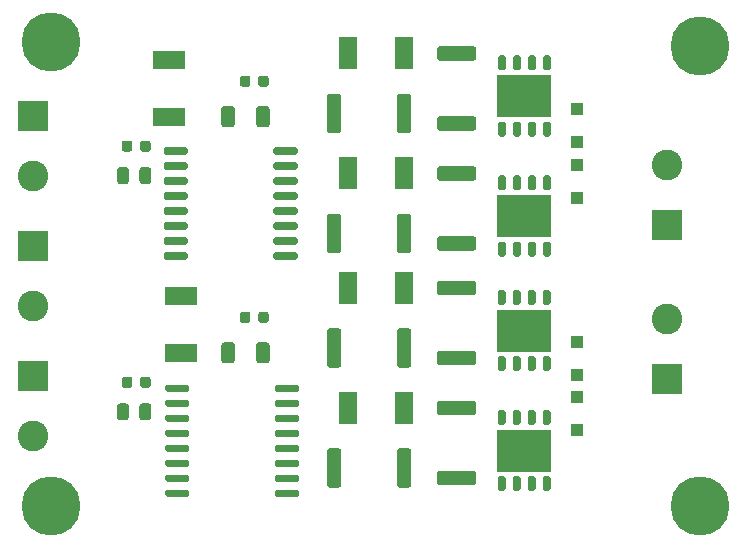
<source format=gbr>
%TF.GenerationSoftware,KiCad,Pcbnew,(5.1.9)-1*%
%TF.CreationDate,2021-03-05T12:04:41-05:00*%
%TF.ProjectId,driver_board,64726976-6572-45f6-926f-6172642e6b69,rev?*%
%TF.SameCoordinates,Original*%
%TF.FileFunction,Soldermask,Top*%
%TF.FilePolarity,Negative*%
%FSLAX46Y46*%
G04 Gerber Fmt 4.6, Leading zero omitted, Abs format (unit mm)*
G04 Created by KiCad (PCBNEW (5.1.9)-1) date 2021-03-05 12:04:41*
%MOMM*%
%LPD*%
G01*
G04 APERTURE LIST*
%ADD10R,4.570000X3.600000*%
%ADD11C,0.800000*%
%ADD12C,5.000000*%
%ADD13C,2.600000*%
%ADD14R,2.600000X2.600000*%
%ADD15R,2.700000X1.500000*%
%ADD16R,1.500000X2.700000*%
%ADD17R,1.100000X1.100000*%
G04 APERTURE END LIST*
%TO.C,U2*%
G36*
G01*
X78195000Y-135835000D02*
X78195000Y-136135000D01*
G75*
G02*
X78045000Y-136285000I-150000J0D01*
G01*
X76295000Y-136285000D01*
G75*
G02*
X76145000Y-136135000I0J150000D01*
G01*
X76145000Y-135835000D01*
G75*
G02*
X76295000Y-135685000I150000J0D01*
G01*
X78045000Y-135685000D01*
G75*
G02*
X78195000Y-135835000I0J-150000D01*
G01*
G37*
G36*
G01*
X78195000Y-134565000D02*
X78195000Y-134865000D01*
G75*
G02*
X78045000Y-135015000I-150000J0D01*
G01*
X76295000Y-135015000D01*
G75*
G02*
X76145000Y-134865000I0J150000D01*
G01*
X76145000Y-134565000D01*
G75*
G02*
X76295000Y-134415000I150000J0D01*
G01*
X78045000Y-134415000D01*
G75*
G02*
X78195000Y-134565000I0J-150000D01*
G01*
G37*
G36*
G01*
X78195000Y-133295000D02*
X78195000Y-133595000D01*
G75*
G02*
X78045000Y-133745000I-150000J0D01*
G01*
X76295000Y-133745000D01*
G75*
G02*
X76145000Y-133595000I0J150000D01*
G01*
X76145000Y-133295000D01*
G75*
G02*
X76295000Y-133145000I150000J0D01*
G01*
X78045000Y-133145000D01*
G75*
G02*
X78195000Y-133295000I0J-150000D01*
G01*
G37*
G36*
G01*
X78195000Y-132025000D02*
X78195000Y-132325000D01*
G75*
G02*
X78045000Y-132475000I-150000J0D01*
G01*
X76295000Y-132475000D01*
G75*
G02*
X76145000Y-132325000I0J150000D01*
G01*
X76145000Y-132025000D01*
G75*
G02*
X76295000Y-131875000I150000J0D01*
G01*
X78045000Y-131875000D01*
G75*
G02*
X78195000Y-132025000I0J-150000D01*
G01*
G37*
G36*
G01*
X78195000Y-130755000D02*
X78195000Y-131055000D01*
G75*
G02*
X78045000Y-131205000I-150000J0D01*
G01*
X76295000Y-131205000D01*
G75*
G02*
X76145000Y-131055000I0J150000D01*
G01*
X76145000Y-130755000D01*
G75*
G02*
X76295000Y-130605000I150000J0D01*
G01*
X78045000Y-130605000D01*
G75*
G02*
X78195000Y-130755000I0J-150000D01*
G01*
G37*
G36*
G01*
X78195000Y-129485000D02*
X78195000Y-129785000D01*
G75*
G02*
X78045000Y-129935000I-150000J0D01*
G01*
X76295000Y-129935000D01*
G75*
G02*
X76145000Y-129785000I0J150000D01*
G01*
X76145000Y-129485000D01*
G75*
G02*
X76295000Y-129335000I150000J0D01*
G01*
X78045000Y-129335000D01*
G75*
G02*
X78195000Y-129485000I0J-150000D01*
G01*
G37*
G36*
G01*
X78195000Y-128215000D02*
X78195000Y-128515000D01*
G75*
G02*
X78045000Y-128665000I-150000J0D01*
G01*
X76295000Y-128665000D01*
G75*
G02*
X76145000Y-128515000I0J150000D01*
G01*
X76145000Y-128215000D01*
G75*
G02*
X76295000Y-128065000I150000J0D01*
G01*
X78045000Y-128065000D01*
G75*
G02*
X78195000Y-128215000I0J-150000D01*
G01*
G37*
G36*
G01*
X78195000Y-126945000D02*
X78195000Y-127245000D01*
G75*
G02*
X78045000Y-127395000I-150000J0D01*
G01*
X76295000Y-127395000D01*
G75*
G02*
X76145000Y-127245000I0J150000D01*
G01*
X76145000Y-126945000D01*
G75*
G02*
X76295000Y-126795000I150000J0D01*
G01*
X78045000Y-126795000D01*
G75*
G02*
X78195000Y-126945000I0J-150000D01*
G01*
G37*
G36*
G01*
X87495000Y-126945000D02*
X87495000Y-127245000D01*
G75*
G02*
X87345000Y-127395000I-150000J0D01*
G01*
X85595000Y-127395000D01*
G75*
G02*
X85445000Y-127245000I0J150000D01*
G01*
X85445000Y-126945000D01*
G75*
G02*
X85595000Y-126795000I150000J0D01*
G01*
X87345000Y-126795000D01*
G75*
G02*
X87495000Y-126945000I0J-150000D01*
G01*
G37*
G36*
G01*
X87495000Y-128215000D02*
X87495000Y-128515000D01*
G75*
G02*
X87345000Y-128665000I-150000J0D01*
G01*
X85595000Y-128665000D01*
G75*
G02*
X85445000Y-128515000I0J150000D01*
G01*
X85445000Y-128215000D01*
G75*
G02*
X85595000Y-128065000I150000J0D01*
G01*
X87345000Y-128065000D01*
G75*
G02*
X87495000Y-128215000I0J-150000D01*
G01*
G37*
G36*
G01*
X87495000Y-129485000D02*
X87495000Y-129785000D01*
G75*
G02*
X87345000Y-129935000I-150000J0D01*
G01*
X85595000Y-129935000D01*
G75*
G02*
X85445000Y-129785000I0J150000D01*
G01*
X85445000Y-129485000D01*
G75*
G02*
X85595000Y-129335000I150000J0D01*
G01*
X87345000Y-129335000D01*
G75*
G02*
X87495000Y-129485000I0J-150000D01*
G01*
G37*
G36*
G01*
X87495000Y-130755000D02*
X87495000Y-131055000D01*
G75*
G02*
X87345000Y-131205000I-150000J0D01*
G01*
X85595000Y-131205000D01*
G75*
G02*
X85445000Y-131055000I0J150000D01*
G01*
X85445000Y-130755000D01*
G75*
G02*
X85595000Y-130605000I150000J0D01*
G01*
X87345000Y-130605000D01*
G75*
G02*
X87495000Y-130755000I0J-150000D01*
G01*
G37*
G36*
G01*
X87495000Y-132025000D02*
X87495000Y-132325000D01*
G75*
G02*
X87345000Y-132475000I-150000J0D01*
G01*
X85595000Y-132475000D01*
G75*
G02*
X85445000Y-132325000I0J150000D01*
G01*
X85445000Y-132025000D01*
G75*
G02*
X85595000Y-131875000I150000J0D01*
G01*
X87345000Y-131875000D01*
G75*
G02*
X87495000Y-132025000I0J-150000D01*
G01*
G37*
G36*
G01*
X87495000Y-133295000D02*
X87495000Y-133595000D01*
G75*
G02*
X87345000Y-133745000I-150000J0D01*
G01*
X85595000Y-133745000D01*
G75*
G02*
X85445000Y-133595000I0J150000D01*
G01*
X85445000Y-133295000D01*
G75*
G02*
X85595000Y-133145000I150000J0D01*
G01*
X87345000Y-133145000D01*
G75*
G02*
X87495000Y-133295000I0J-150000D01*
G01*
G37*
G36*
G01*
X87495000Y-134565000D02*
X87495000Y-134865000D01*
G75*
G02*
X87345000Y-135015000I-150000J0D01*
G01*
X85595000Y-135015000D01*
G75*
G02*
X85445000Y-134865000I0J150000D01*
G01*
X85445000Y-134565000D01*
G75*
G02*
X85595000Y-134415000I150000J0D01*
G01*
X87345000Y-134415000D01*
G75*
G02*
X87495000Y-134565000I0J-150000D01*
G01*
G37*
G36*
G01*
X87495000Y-135835000D02*
X87495000Y-136135000D01*
G75*
G02*
X87345000Y-136285000I-150000J0D01*
G01*
X85595000Y-136285000D01*
G75*
G02*
X85445000Y-136135000I0J150000D01*
G01*
X85445000Y-135835000D01*
G75*
G02*
X85595000Y-135685000I150000J0D01*
G01*
X87345000Y-135685000D01*
G75*
G02*
X87495000Y-135835000I0J-150000D01*
G01*
G37*
%TD*%
%TO.C,U1*%
G36*
G01*
X78330000Y-155925000D02*
X78330000Y-156225000D01*
G75*
G02*
X78180000Y-156375000I-150000J0D01*
G01*
X76430000Y-156375000D01*
G75*
G02*
X76280000Y-156225000I0J150000D01*
G01*
X76280000Y-155925000D01*
G75*
G02*
X76430000Y-155775000I150000J0D01*
G01*
X78180000Y-155775000D01*
G75*
G02*
X78330000Y-155925000I0J-150000D01*
G01*
G37*
G36*
G01*
X78330000Y-154655000D02*
X78330000Y-154955000D01*
G75*
G02*
X78180000Y-155105000I-150000J0D01*
G01*
X76430000Y-155105000D01*
G75*
G02*
X76280000Y-154955000I0J150000D01*
G01*
X76280000Y-154655000D01*
G75*
G02*
X76430000Y-154505000I150000J0D01*
G01*
X78180000Y-154505000D01*
G75*
G02*
X78330000Y-154655000I0J-150000D01*
G01*
G37*
G36*
G01*
X78330000Y-153385000D02*
X78330000Y-153685000D01*
G75*
G02*
X78180000Y-153835000I-150000J0D01*
G01*
X76430000Y-153835000D01*
G75*
G02*
X76280000Y-153685000I0J150000D01*
G01*
X76280000Y-153385000D01*
G75*
G02*
X76430000Y-153235000I150000J0D01*
G01*
X78180000Y-153235000D01*
G75*
G02*
X78330000Y-153385000I0J-150000D01*
G01*
G37*
G36*
G01*
X78330000Y-152115000D02*
X78330000Y-152415000D01*
G75*
G02*
X78180000Y-152565000I-150000J0D01*
G01*
X76430000Y-152565000D01*
G75*
G02*
X76280000Y-152415000I0J150000D01*
G01*
X76280000Y-152115000D01*
G75*
G02*
X76430000Y-151965000I150000J0D01*
G01*
X78180000Y-151965000D01*
G75*
G02*
X78330000Y-152115000I0J-150000D01*
G01*
G37*
G36*
G01*
X78330000Y-150845000D02*
X78330000Y-151145000D01*
G75*
G02*
X78180000Y-151295000I-150000J0D01*
G01*
X76430000Y-151295000D01*
G75*
G02*
X76280000Y-151145000I0J150000D01*
G01*
X76280000Y-150845000D01*
G75*
G02*
X76430000Y-150695000I150000J0D01*
G01*
X78180000Y-150695000D01*
G75*
G02*
X78330000Y-150845000I0J-150000D01*
G01*
G37*
G36*
G01*
X78330000Y-149575000D02*
X78330000Y-149875000D01*
G75*
G02*
X78180000Y-150025000I-150000J0D01*
G01*
X76430000Y-150025000D01*
G75*
G02*
X76280000Y-149875000I0J150000D01*
G01*
X76280000Y-149575000D01*
G75*
G02*
X76430000Y-149425000I150000J0D01*
G01*
X78180000Y-149425000D01*
G75*
G02*
X78330000Y-149575000I0J-150000D01*
G01*
G37*
G36*
G01*
X78330000Y-148305000D02*
X78330000Y-148605000D01*
G75*
G02*
X78180000Y-148755000I-150000J0D01*
G01*
X76430000Y-148755000D01*
G75*
G02*
X76280000Y-148605000I0J150000D01*
G01*
X76280000Y-148305000D01*
G75*
G02*
X76430000Y-148155000I150000J0D01*
G01*
X78180000Y-148155000D01*
G75*
G02*
X78330000Y-148305000I0J-150000D01*
G01*
G37*
G36*
G01*
X78330000Y-147035000D02*
X78330000Y-147335000D01*
G75*
G02*
X78180000Y-147485000I-150000J0D01*
G01*
X76430000Y-147485000D01*
G75*
G02*
X76280000Y-147335000I0J150000D01*
G01*
X76280000Y-147035000D01*
G75*
G02*
X76430000Y-146885000I150000J0D01*
G01*
X78180000Y-146885000D01*
G75*
G02*
X78330000Y-147035000I0J-150000D01*
G01*
G37*
G36*
G01*
X87630000Y-147035000D02*
X87630000Y-147335000D01*
G75*
G02*
X87480000Y-147485000I-150000J0D01*
G01*
X85730000Y-147485000D01*
G75*
G02*
X85580000Y-147335000I0J150000D01*
G01*
X85580000Y-147035000D01*
G75*
G02*
X85730000Y-146885000I150000J0D01*
G01*
X87480000Y-146885000D01*
G75*
G02*
X87630000Y-147035000I0J-150000D01*
G01*
G37*
G36*
G01*
X87630000Y-148305000D02*
X87630000Y-148605000D01*
G75*
G02*
X87480000Y-148755000I-150000J0D01*
G01*
X85730000Y-148755000D01*
G75*
G02*
X85580000Y-148605000I0J150000D01*
G01*
X85580000Y-148305000D01*
G75*
G02*
X85730000Y-148155000I150000J0D01*
G01*
X87480000Y-148155000D01*
G75*
G02*
X87630000Y-148305000I0J-150000D01*
G01*
G37*
G36*
G01*
X87630000Y-149575000D02*
X87630000Y-149875000D01*
G75*
G02*
X87480000Y-150025000I-150000J0D01*
G01*
X85730000Y-150025000D01*
G75*
G02*
X85580000Y-149875000I0J150000D01*
G01*
X85580000Y-149575000D01*
G75*
G02*
X85730000Y-149425000I150000J0D01*
G01*
X87480000Y-149425000D01*
G75*
G02*
X87630000Y-149575000I0J-150000D01*
G01*
G37*
G36*
G01*
X87630000Y-150845000D02*
X87630000Y-151145000D01*
G75*
G02*
X87480000Y-151295000I-150000J0D01*
G01*
X85730000Y-151295000D01*
G75*
G02*
X85580000Y-151145000I0J150000D01*
G01*
X85580000Y-150845000D01*
G75*
G02*
X85730000Y-150695000I150000J0D01*
G01*
X87480000Y-150695000D01*
G75*
G02*
X87630000Y-150845000I0J-150000D01*
G01*
G37*
G36*
G01*
X87630000Y-152115000D02*
X87630000Y-152415000D01*
G75*
G02*
X87480000Y-152565000I-150000J0D01*
G01*
X85730000Y-152565000D01*
G75*
G02*
X85580000Y-152415000I0J150000D01*
G01*
X85580000Y-152115000D01*
G75*
G02*
X85730000Y-151965000I150000J0D01*
G01*
X87480000Y-151965000D01*
G75*
G02*
X87630000Y-152115000I0J-150000D01*
G01*
G37*
G36*
G01*
X87630000Y-153385000D02*
X87630000Y-153685000D01*
G75*
G02*
X87480000Y-153835000I-150000J0D01*
G01*
X85730000Y-153835000D01*
G75*
G02*
X85580000Y-153685000I0J150000D01*
G01*
X85580000Y-153385000D01*
G75*
G02*
X85730000Y-153235000I150000J0D01*
G01*
X87480000Y-153235000D01*
G75*
G02*
X87630000Y-153385000I0J-150000D01*
G01*
G37*
G36*
G01*
X87630000Y-154655000D02*
X87630000Y-154955000D01*
G75*
G02*
X87480000Y-155105000I-150000J0D01*
G01*
X85730000Y-155105000D01*
G75*
G02*
X85580000Y-154955000I0J150000D01*
G01*
X85580000Y-154655000D01*
G75*
G02*
X85730000Y-154505000I150000J0D01*
G01*
X87480000Y-154505000D01*
G75*
G02*
X87630000Y-154655000I0J-150000D01*
G01*
G37*
G36*
G01*
X87630000Y-155925000D02*
X87630000Y-156225000D01*
G75*
G02*
X87480000Y-156375000I-150000J0D01*
G01*
X85730000Y-156375000D01*
G75*
G02*
X85580000Y-156225000I0J150000D01*
G01*
X85580000Y-155925000D01*
G75*
G02*
X85730000Y-155775000I150000J0D01*
G01*
X87480000Y-155775000D01*
G75*
G02*
X87630000Y-155925000I0J-150000D01*
G01*
G37*
%TD*%
%TO.C,Q1*%
G36*
G01*
X104600000Y-149025000D02*
X104950000Y-149025000D01*
G75*
G02*
X105125000Y-149200000I0J-175000D01*
G01*
X105125000Y-150120000D01*
G75*
G02*
X104950000Y-150295000I-175000J0D01*
G01*
X104600000Y-150295000D01*
G75*
G02*
X104425000Y-150120000I0J175000D01*
G01*
X104425000Y-149200000D01*
G75*
G02*
X104600000Y-149025000I175000J0D01*
G01*
G37*
G36*
G01*
X105870000Y-149025000D02*
X106220000Y-149025000D01*
G75*
G02*
X106395000Y-149200000I0J-175000D01*
G01*
X106395000Y-150120000D01*
G75*
G02*
X106220000Y-150295000I-175000J0D01*
G01*
X105870000Y-150295000D01*
G75*
G02*
X105695000Y-150120000I0J175000D01*
G01*
X105695000Y-149200000D01*
G75*
G02*
X105870000Y-149025000I175000J0D01*
G01*
G37*
G36*
G01*
X107140000Y-149025000D02*
X107490000Y-149025000D01*
G75*
G02*
X107665000Y-149200000I0J-175000D01*
G01*
X107665000Y-150120000D01*
G75*
G02*
X107490000Y-150295000I-175000J0D01*
G01*
X107140000Y-150295000D01*
G75*
G02*
X106965000Y-150120000I0J175000D01*
G01*
X106965000Y-149200000D01*
G75*
G02*
X107140000Y-149025000I175000J0D01*
G01*
G37*
D10*
X106680000Y-152460000D03*
G36*
G01*
X108410000Y-154625000D02*
X108760000Y-154625000D01*
G75*
G02*
X108935000Y-154800000I0J-175000D01*
G01*
X108935000Y-155720000D01*
G75*
G02*
X108760000Y-155895000I-175000J0D01*
G01*
X108410000Y-155895000D01*
G75*
G02*
X108235000Y-155720000I0J175000D01*
G01*
X108235000Y-154800000D01*
G75*
G02*
X108410000Y-154625000I175000J0D01*
G01*
G37*
G36*
G01*
X107140000Y-154625000D02*
X107490000Y-154625000D01*
G75*
G02*
X107665000Y-154800000I0J-175000D01*
G01*
X107665000Y-155720000D01*
G75*
G02*
X107490000Y-155895000I-175000J0D01*
G01*
X107140000Y-155895000D01*
G75*
G02*
X106965000Y-155720000I0J175000D01*
G01*
X106965000Y-154800000D01*
G75*
G02*
X107140000Y-154625000I175000J0D01*
G01*
G37*
G36*
G01*
X105870000Y-154625000D02*
X106220000Y-154625000D01*
G75*
G02*
X106395000Y-154800000I0J-175000D01*
G01*
X106395000Y-155720000D01*
G75*
G02*
X106220000Y-155895000I-175000J0D01*
G01*
X105870000Y-155895000D01*
G75*
G02*
X105695000Y-155720000I0J175000D01*
G01*
X105695000Y-154800000D01*
G75*
G02*
X105870000Y-154625000I175000J0D01*
G01*
G37*
G36*
G01*
X104600000Y-154625000D02*
X104950000Y-154625000D01*
G75*
G02*
X105125000Y-154800000I0J-175000D01*
G01*
X105125000Y-155720000D01*
G75*
G02*
X104950000Y-155895000I-175000J0D01*
G01*
X104600000Y-155895000D01*
G75*
G02*
X104425000Y-155720000I0J175000D01*
G01*
X104425000Y-154800000D01*
G75*
G02*
X104600000Y-154625000I175000J0D01*
G01*
G37*
G36*
G01*
X108410000Y-149025000D02*
X108760000Y-149025000D01*
G75*
G02*
X108935000Y-149200000I0J-175000D01*
G01*
X108935000Y-150120000D01*
G75*
G02*
X108760000Y-150295000I-175000J0D01*
G01*
X108410000Y-150295000D01*
G75*
G02*
X108235000Y-150120000I0J175000D01*
G01*
X108235000Y-149200000D01*
G75*
G02*
X108410000Y-149025000I175000J0D01*
G01*
G37*
%TD*%
%TO.C,Q2*%
G36*
G01*
X104600000Y-138865000D02*
X104950000Y-138865000D01*
G75*
G02*
X105125000Y-139040000I0J-175000D01*
G01*
X105125000Y-139960000D01*
G75*
G02*
X104950000Y-140135000I-175000J0D01*
G01*
X104600000Y-140135000D01*
G75*
G02*
X104425000Y-139960000I0J175000D01*
G01*
X104425000Y-139040000D01*
G75*
G02*
X104600000Y-138865000I175000J0D01*
G01*
G37*
G36*
G01*
X105870000Y-138865000D02*
X106220000Y-138865000D01*
G75*
G02*
X106395000Y-139040000I0J-175000D01*
G01*
X106395000Y-139960000D01*
G75*
G02*
X106220000Y-140135000I-175000J0D01*
G01*
X105870000Y-140135000D01*
G75*
G02*
X105695000Y-139960000I0J175000D01*
G01*
X105695000Y-139040000D01*
G75*
G02*
X105870000Y-138865000I175000J0D01*
G01*
G37*
G36*
G01*
X107140000Y-138865000D02*
X107490000Y-138865000D01*
G75*
G02*
X107665000Y-139040000I0J-175000D01*
G01*
X107665000Y-139960000D01*
G75*
G02*
X107490000Y-140135000I-175000J0D01*
G01*
X107140000Y-140135000D01*
G75*
G02*
X106965000Y-139960000I0J175000D01*
G01*
X106965000Y-139040000D01*
G75*
G02*
X107140000Y-138865000I175000J0D01*
G01*
G37*
X106680000Y-142300000D03*
G36*
G01*
X108410000Y-144465000D02*
X108760000Y-144465000D01*
G75*
G02*
X108935000Y-144640000I0J-175000D01*
G01*
X108935000Y-145560000D01*
G75*
G02*
X108760000Y-145735000I-175000J0D01*
G01*
X108410000Y-145735000D01*
G75*
G02*
X108235000Y-145560000I0J175000D01*
G01*
X108235000Y-144640000D01*
G75*
G02*
X108410000Y-144465000I175000J0D01*
G01*
G37*
G36*
G01*
X107140000Y-144465000D02*
X107490000Y-144465000D01*
G75*
G02*
X107665000Y-144640000I0J-175000D01*
G01*
X107665000Y-145560000D01*
G75*
G02*
X107490000Y-145735000I-175000J0D01*
G01*
X107140000Y-145735000D01*
G75*
G02*
X106965000Y-145560000I0J175000D01*
G01*
X106965000Y-144640000D01*
G75*
G02*
X107140000Y-144465000I175000J0D01*
G01*
G37*
G36*
G01*
X105870000Y-144465000D02*
X106220000Y-144465000D01*
G75*
G02*
X106395000Y-144640000I0J-175000D01*
G01*
X106395000Y-145560000D01*
G75*
G02*
X106220000Y-145735000I-175000J0D01*
G01*
X105870000Y-145735000D01*
G75*
G02*
X105695000Y-145560000I0J175000D01*
G01*
X105695000Y-144640000D01*
G75*
G02*
X105870000Y-144465000I175000J0D01*
G01*
G37*
G36*
G01*
X104600000Y-144465000D02*
X104950000Y-144465000D01*
G75*
G02*
X105125000Y-144640000I0J-175000D01*
G01*
X105125000Y-145560000D01*
G75*
G02*
X104950000Y-145735000I-175000J0D01*
G01*
X104600000Y-145735000D01*
G75*
G02*
X104425000Y-145560000I0J175000D01*
G01*
X104425000Y-144640000D01*
G75*
G02*
X104600000Y-144465000I175000J0D01*
G01*
G37*
G36*
G01*
X108410000Y-138865000D02*
X108760000Y-138865000D01*
G75*
G02*
X108935000Y-139040000I0J-175000D01*
G01*
X108935000Y-139960000D01*
G75*
G02*
X108760000Y-140135000I-175000J0D01*
G01*
X108410000Y-140135000D01*
G75*
G02*
X108235000Y-139960000I0J175000D01*
G01*
X108235000Y-139040000D01*
G75*
G02*
X108410000Y-138865000I175000J0D01*
G01*
G37*
%TD*%
%TO.C,Q5*%
G36*
G01*
X104600000Y-129165000D02*
X104950000Y-129165000D01*
G75*
G02*
X105125000Y-129340000I0J-175000D01*
G01*
X105125000Y-130260000D01*
G75*
G02*
X104950000Y-130435000I-175000J0D01*
G01*
X104600000Y-130435000D01*
G75*
G02*
X104425000Y-130260000I0J175000D01*
G01*
X104425000Y-129340000D01*
G75*
G02*
X104600000Y-129165000I175000J0D01*
G01*
G37*
G36*
G01*
X105870000Y-129165000D02*
X106220000Y-129165000D01*
G75*
G02*
X106395000Y-129340000I0J-175000D01*
G01*
X106395000Y-130260000D01*
G75*
G02*
X106220000Y-130435000I-175000J0D01*
G01*
X105870000Y-130435000D01*
G75*
G02*
X105695000Y-130260000I0J175000D01*
G01*
X105695000Y-129340000D01*
G75*
G02*
X105870000Y-129165000I175000J0D01*
G01*
G37*
G36*
G01*
X107140000Y-129165000D02*
X107490000Y-129165000D01*
G75*
G02*
X107665000Y-129340000I0J-175000D01*
G01*
X107665000Y-130260000D01*
G75*
G02*
X107490000Y-130435000I-175000J0D01*
G01*
X107140000Y-130435000D01*
G75*
G02*
X106965000Y-130260000I0J175000D01*
G01*
X106965000Y-129340000D01*
G75*
G02*
X107140000Y-129165000I175000J0D01*
G01*
G37*
X106680000Y-132600000D03*
G36*
G01*
X108410000Y-134765000D02*
X108760000Y-134765000D01*
G75*
G02*
X108935000Y-134940000I0J-175000D01*
G01*
X108935000Y-135860000D01*
G75*
G02*
X108760000Y-136035000I-175000J0D01*
G01*
X108410000Y-136035000D01*
G75*
G02*
X108235000Y-135860000I0J175000D01*
G01*
X108235000Y-134940000D01*
G75*
G02*
X108410000Y-134765000I175000J0D01*
G01*
G37*
G36*
G01*
X107140000Y-134765000D02*
X107490000Y-134765000D01*
G75*
G02*
X107665000Y-134940000I0J-175000D01*
G01*
X107665000Y-135860000D01*
G75*
G02*
X107490000Y-136035000I-175000J0D01*
G01*
X107140000Y-136035000D01*
G75*
G02*
X106965000Y-135860000I0J175000D01*
G01*
X106965000Y-134940000D01*
G75*
G02*
X107140000Y-134765000I175000J0D01*
G01*
G37*
G36*
G01*
X105870000Y-134765000D02*
X106220000Y-134765000D01*
G75*
G02*
X106395000Y-134940000I0J-175000D01*
G01*
X106395000Y-135860000D01*
G75*
G02*
X106220000Y-136035000I-175000J0D01*
G01*
X105870000Y-136035000D01*
G75*
G02*
X105695000Y-135860000I0J175000D01*
G01*
X105695000Y-134940000D01*
G75*
G02*
X105870000Y-134765000I175000J0D01*
G01*
G37*
G36*
G01*
X104600000Y-134765000D02*
X104950000Y-134765000D01*
G75*
G02*
X105125000Y-134940000I0J-175000D01*
G01*
X105125000Y-135860000D01*
G75*
G02*
X104950000Y-136035000I-175000J0D01*
G01*
X104600000Y-136035000D01*
G75*
G02*
X104425000Y-135860000I0J175000D01*
G01*
X104425000Y-134940000D01*
G75*
G02*
X104600000Y-134765000I175000J0D01*
G01*
G37*
G36*
G01*
X108410000Y-129165000D02*
X108760000Y-129165000D01*
G75*
G02*
X108935000Y-129340000I0J-175000D01*
G01*
X108935000Y-130260000D01*
G75*
G02*
X108760000Y-130435000I-175000J0D01*
G01*
X108410000Y-130435000D01*
G75*
G02*
X108235000Y-130260000I0J175000D01*
G01*
X108235000Y-129340000D01*
G75*
G02*
X108410000Y-129165000I175000J0D01*
G01*
G37*
%TD*%
%TO.C,Q6*%
G36*
G01*
X104600000Y-119005000D02*
X104950000Y-119005000D01*
G75*
G02*
X105125000Y-119180000I0J-175000D01*
G01*
X105125000Y-120100000D01*
G75*
G02*
X104950000Y-120275000I-175000J0D01*
G01*
X104600000Y-120275000D01*
G75*
G02*
X104425000Y-120100000I0J175000D01*
G01*
X104425000Y-119180000D01*
G75*
G02*
X104600000Y-119005000I175000J0D01*
G01*
G37*
G36*
G01*
X105870000Y-119005000D02*
X106220000Y-119005000D01*
G75*
G02*
X106395000Y-119180000I0J-175000D01*
G01*
X106395000Y-120100000D01*
G75*
G02*
X106220000Y-120275000I-175000J0D01*
G01*
X105870000Y-120275000D01*
G75*
G02*
X105695000Y-120100000I0J175000D01*
G01*
X105695000Y-119180000D01*
G75*
G02*
X105870000Y-119005000I175000J0D01*
G01*
G37*
G36*
G01*
X107140000Y-119005000D02*
X107490000Y-119005000D01*
G75*
G02*
X107665000Y-119180000I0J-175000D01*
G01*
X107665000Y-120100000D01*
G75*
G02*
X107490000Y-120275000I-175000J0D01*
G01*
X107140000Y-120275000D01*
G75*
G02*
X106965000Y-120100000I0J175000D01*
G01*
X106965000Y-119180000D01*
G75*
G02*
X107140000Y-119005000I175000J0D01*
G01*
G37*
X106680000Y-122440000D03*
G36*
G01*
X108410000Y-124605000D02*
X108760000Y-124605000D01*
G75*
G02*
X108935000Y-124780000I0J-175000D01*
G01*
X108935000Y-125700000D01*
G75*
G02*
X108760000Y-125875000I-175000J0D01*
G01*
X108410000Y-125875000D01*
G75*
G02*
X108235000Y-125700000I0J175000D01*
G01*
X108235000Y-124780000D01*
G75*
G02*
X108410000Y-124605000I175000J0D01*
G01*
G37*
G36*
G01*
X107140000Y-124605000D02*
X107490000Y-124605000D01*
G75*
G02*
X107665000Y-124780000I0J-175000D01*
G01*
X107665000Y-125700000D01*
G75*
G02*
X107490000Y-125875000I-175000J0D01*
G01*
X107140000Y-125875000D01*
G75*
G02*
X106965000Y-125700000I0J175000D01*
G01*
X106965000Y-124780000D01*
G75*
G02*
X107140000Y-124605000I175000J0D01*
G01*
G37*
G36*
G01*
X105870000Y-124605000D02*
X106220000Y-124605000D01*
G75*
G02*
X106395000Y-124780000I0J-175000D01*
G01*
X106395000Y-125700000D01*
G75*
G02*
X106220000Y-125875000I-175000J0D01*
G01*
X105870000Y-125875000D01*
G75*
G02*
X105695000Y-125700000I0J175000D01*
G01*
X105695000Y-124780000D01*
G75*
G02*
X105870000Y-124605000I175000J0D01*
G01*
G37*
G36*
G01*
X104600000Y-124605000D02*
X104950000Y-124605000D01*
G75*
G02*
X105125000Y-124780000I0J-175000D01*
G01*
X105125000Y-125700000D01*
G75*
G02*
X104950000Y-125875000I-175000J0D01*
G01*
X104600000Y-125875000D01*
G75*
G02*
X104425000Y-125700000I0J175000D01*
G01*
X104425000Y-124780000D01*
G75*
G02*
X104600000Y-124605000I175000J0D01*
G01*
G37*
G36*
G01*
X108410000Y-119005000D02*
X108760000Y-119005000D01*
G75*
G02*
X108935000Y-119180000I0J-175000D01*
G01*
X108935000Y-120100000D01*
G75*
G02*
X108760000Y-120275000I-175000J0D01*
G01*
X108410000Y-120275000D01*
G75*
G02*
X108235000Y-120100000I0J175000D01*
G01*
X108235000Y-119180000D01*
G75*
G02*
X108410000Y-119005000I175000J0D01*
G01*
G37*
%TD*%
D11*
%TO.C,REF\u002A\u002A*%
X122930825Y-116859175D03*
X121605000Y-116310000D03*
X120279175Y-116859175D03*
X119730000Y-118185000D03*
X120279175Y-119510825D03*
X121605000Y-120060000D03*
X122930825Y-119510825D03*
X123480000Y-118185000D03*
D12*
X121605000Y-118185000D03*
%TD*%
D11*
%TO.C,REF\u002A\u002A*%
X122930825Y-155859175D03*
X121605000Y-155310000D03*
X120279175Y-155859175D03*
X119730000Y-157185000D03*
X120279175Y-158510825D03*
X121605000Y-159060000D03*
X122930825Y-158510825D03*
X123480000Y-157185000D03*
D12*
X121605000Y-157185000D03*
%TD*%
%TO.C,REF\u002A\u002A*%
X66605000Y-157185000D03*
D11*
X68480000Y-157185000D03*
X67930825Y-158510825D03*
X66605000Y-159060000D03*
X65279175Y-158510825D03*
X64730000Y-157185000D03*
X65279175Y-155859175D03*
X66605000Y-155310000D03*
X67930825Y-155859175D03*
%TD*%
%TO.C,REF\u002A\u002A*%
X67930825Y-116550550D03*
X66605000Y-116001375D03*
X65279175Y-116550550D03*
X64730000Y-117876375D03*
X65279175Y-119202200D03*
X66605000Y-119751375D03*
X67930825Y-119202200D03*
X68480000Y-117876375D03*
D12*
X66605000Y-117876375D03*
%TD*%
%TO.C,C5*%
G36*
G01*
X82180000Y-123534999D02*
X82180000Y-124835001D01*
G75*
G02*
X81930001Y-125085000I-249999J0D01*
G01*
X81279999Y-125085000D01*
G75*
G02*
X81030000Y-124835001I0J249999D01*
G01*
X81030000Y-123534999D01*
G75*
G02*
X81279999Y-123285000I249999J0D01*
G01*
X81930001Y-123285000D01*
G75*
G02*
X82180000Y-123534999I0J-249999D01*
G01*
G37*
G36*
G01*
X85130000Y-123534999D02*
X85130000Y-124835001D01*
G75*
G02*
X84880001Y-125085000I-249999J0D01*
G01*
X84229999Y-125085000D01*
G75*
G02*
X83980000Y-124835001I0J249999D01*
G01*
X83980000Y-123534999D01*
G75*
G02*
X84229999Y-123285000I249999J0D01*
G01*
X84880001Y-123285000D01*
G75*
G02*
X85130000Y-123534999I0J-249999D01*
G01*
G37*
%TD*%
%TO.C,C3*%
G36*
G01*
X82180000Y-143534999D02*
X82180000Y-144835001D01*
G75*
G02*
X81930001Y-145085000I-249999J0D01*
G01*
X81279999Y-145085000D01*
G75*
G02*
X81030000Y-144835001I0J249999D01*
G01*
X81030000Y-143534999D01*
G75*
G02*
X81279999Y-143285000I249999J0D01*
G01*
X81930001Y-143285000D01*
G75*
G02*
X82180000Y-143534999I0J-249999D01*
G01*
G37*
G36*
G01*
X85130000Y-143534999D02*
X85130000Y-144835001D01*
G75*
G02*
X84880001Y-145085000I-249999J0D01*
G01*
X84229999Y-145085000D01*
G75*
G02*
X83980000Y-144835001I0J249999D01*
G01*
X83980000Y-143534999D01*
G75*
G02*
X84229999Y-143285000I249999J0D01*
G01*
X84880001Y-143285000D01*
G75*
G02*
X85130000Y-143534999I0J-249999D01*
G01*
G37*
%TD*%
D13*
%TO.C,J5*%
X65105000Y-151265000D03*
D14*
X65105000Y-146185000D03*
%TD*%
D13*
%TO.C,J4*%
X65105000Y-140185000D03*
D14*
X65105000Y-135105000D03*
%TD*%
D13*
%TO.C,J3*%
X65105000Y-129185000D03*
D14*
X65105000Y-124105000D03*
%TD*%
D13*
%TO.C,J2*%
X118745000Y-128270000D03*
D14*
X118745000Y-133350000D03*
%TD*%
D13*
%TO.C,J1*%
X118745000Y-141351000D03*
D14*
X118745000Y-146431000D03*
%TD*%
%TO.C,C7*%
G36*
G01*
X83505000Y-120935000D02*
X83505000Y-121435000D01*
G75*
G02*
X83280000Y-121660000I-225000J0D01*
G01*
X82830000Y-121660000D01*
G75*
G02*
X82605000Y-121435000I0J225000D01*
G01*
X82605000Y-120935000D01*
G75*
G02*
X82830000Y-120710000I225000J0D01*
G01*
X83280000Y-120710000D01*
G75*
G02*
X83505000Y-120935000I0J-225000D01*
G01*
G37*
G36*
G01*
X85055000Y-120935000D02*
X85055000Y-121435000D01*
G75*
G02*
X84830000Y-121660000I-225000J0D01*
G01*
X84380000Y-121660000D01*
G75*
G02*
X84155000Y-121435000I0J225000D01*
G01*
X84155000Y-120935000D01*
G75*
G02*
X84380000Y-120710000I225000J0D01*
G01*
X84830000Y-120710000D01*
G75*
G02*
X85055000Y-120935000I0J-225000D01*
G01*
G37*
%TD*%
%TO.C,C4*%
G36*
G01*
X83505000Y-140935000D02*
X83505000Y-141435000D01*
G75*
G02*
X83280000Y-141660000I-225000J0D01*
G01*
X82830000Y-141660000D01*
G75*
G02*
X82605000Y-141435000I0J225000D01*
G01*
X82605000Y-140935000D01*
G75*
G02*
X82830000Y-140710000I225000J0D01*
G01*
X83280000Y-140710000D01*
G75*
G02*
X83505000Y-140935000I0J-225000D01*
G01*
G37*
G36*
G01*
X85055000Y-140935000D02*
X85055000Y-141435000D01*
G75*
G02*
X84830000Y-141660000I-225000J0D01*
G01*
X84380000Y-141660000D01*
G75*
G02*
X84155000Y-141435000I0J225000D01*
G01*
X84155000Y-140935000D01*
G75*
G02*
X84380000Y-140710000I225000J0D01*
G01*
X84830000Y-140710000D01*
G75*
G02*
X85055000Y-140935000I0J-225000D01*
G01*
G37*
%TD*%
D15*
%TO.C,D1*%
X77605000Y-144185000D03*
X77605000Y-139385000D03*
%TD*%
%TO.C,C10*%
G36*
G01*
X73205000Y-128710000D02*
X73205000Y-129660000D01*
G75*
G02*
X72955000Y-129910000I-250000J0D01*
G01*
X72455000Y-129910000D01*
G75*
G02*
X72205000Y-129660000I0J250000D01*
G01*
X72205000Y-128710000D01*
G75*
G02*
X72455000Y-128460000I250000J0D01*
G01*
X72955000Y-128460000D01*
G75*
G02*
X73205000Y-128710000I0J-250000D01*
G01*
G37*
G36*
G01*
X75105000Y-128710000D02*
X75105000Y-129660000D01*
G75*
G02*
X74855000Y-129910000I-250000J0D01*
G01*
X74355000Y-129910000D01*
G75*
G02*
X74105000Y-129660000I0J250000D01*
G01*
X74105000Y-128710000D01*
G75*
G02*
X74355000Y-128460000I250000J0D01*
G01*
X74855000Y-128460000D01*
G75*
G02*
X75105000Y-128710000I0J-250000D01*
G01*
G37*
%TD*%
%TO.C,C9*%
G36*
G01*
X73505000Y-126435000D02*
X73505000Y-126935000D01*
G75*
G02*
X73280000Y-127160000I-225000J0D01*
G01*
X72830000Y-127160000D01*
G75*
G02*
X72605000Y-126935000I0J225000D01*
G01*
X72605000Y-126435000D01*
G75*
G02*
X72830000Y-126210000I225000J0D01*
G01*
X73280000Y-126210000D01*
G75*
G02*
X73505000Y-126435000I0J-225000D01*
G01*
G37*
G36*
G01*
X75055000Y-126435000D02*
X75055000Y-126935000D01*
G75*
G02*
X74830000Y-127160000I-225000J0D01*
G01*
X74380000Y-127160000D01*
G75*
G02*
X74155000Y-126935000I0J225000D01*
G01*
X74155000Y-126435000D01*
G75*
G02*
X74380000Y-126210000I225000J0D01*
G01*
X74830000Y-126210000D01*
G75*
G02*
X75055000Y-126435000I0J-225000D01*
G01*
G37*
%TD*%
%TO.C,C2*%
G36*
G01*
X73505000Y-146435000D02*
X73505000Y-146935000D01*
G75*
G02*
X73280000Y-147160000I-225000J0D01*
G01*
X72830000Y-147160000D01*
G75*
G02*
X72605000Y-146935000I0J225000D01*
G01*
X72605000Y-146435000D01*
G75*
G02*
X72830000Y-146210000I225000J0D01*
G01*
X73280000Y-146210000D01*
G75*
G02*
X73505000Y-146435000I0J-225000D01*
G01*
G37*
G36*
G01*
X75055000Y-146435000D02*
X75055000Y-146935000D01*
G75*
G02*
X74830000Y-147160000I-225000J0D01*
G01*
X74380000Y-147160000D01*
G75*
G02*
X74155000Y-146935000I0J225000D01*
G01*
X74155000Y-146435000D01*
G75*
G02*
X74380000Y-146210000I225000J0D01*
G01*
X74830000Y-146210000D01*
G75*
G02*
X75055000Y-146435000I0J-225000D01*
G01*
G37*
%TD*%
%TO.C,C1*%
G36*
G01*
X73205000Y-148710000D02*
X73205000Y-149660000D01*
G75*
G02*
X72955000Y-149910000I-250000J0D01*
G01*
X72455000Y-149910000D01*
G75*
G02*
X72205000Y-149660000I0J250000D01*
G01*
X72205000Y-148710000D01*
G75*
G02*
X72455000Y-148460000I250000J0D01*
G01*
X72955000Y-148460000D01*
G75*
G02*
X73205000Y-148710000I0J-250000D01*
G01*
G37*
G36*
G01*
X75105000Y-148710000D02*
X75105000Y-149660000D01*
G75*
G02*
X74855000Y-149910000I-250000J0D01*
G01*
X74355000Y-149910000D01*
G75*
G02*
X74105000Y-149660000I0J250000D01*
G01*
X74105000Y-148710000D01*
G75*
G02*
X74355000Y-148460000I250000J0D01*
G01*
X74855000Y-148460000D01*
G75*
G02*
X75105000Y-148710000I0J-250000D01*
G01*
G37*
%TD*%
D16*
%TO.C,D3*%
X96520000Y-148860000D03*
X91720000Y-148860000D03*
%TD*%
D17*
%TO.C,D10*%
X111125000Y-123565000D03*
X111125000Y-126365000D03*
%TD*%
%TO.C,D8*%
X111125000Y-128270000D03*
X111125000Y-131070000D03*
%TD*%
%TO.C,D7*%
X111125000Y-143250000D03*
X111125000Y-146050000D03*
%TD*%
%TO.C,D2*%
X111125000Y-147955000D03*
X111125000Y-150755000D03*
%TD*%
%TO.C,R17*%
G36*
G01*
X102390001Y-149472500D02*
X99539999Y-149472500D01*
G75*
G02*
X99290000Y-149222501I0J249999D01*
G01*
X99290000Y-148497499D01*
G75*
G02*
X99539999Y-148247500I249999J0D01*
G01*
X102390001Y-148247500D01*
G75*
G02*
X102640000Y-148497499I0J-249999D01*
G01*
X102640000Y-149222501D01*
G75*
G02*
X102390001Y-149472500I-249999J0D01*
G01*
G37*
G36*
G01*
X102390001Y-155397500D02*
X99539999Y-155397500D01*
G75*
G02*
X99290000Y-155147501I0J249999D01*
G01*
X99290000Y-154422499D01*
G75*
G02*
X99539999Y-154172500I249999J0D01*
G01*
X102390001Y-154172500D01*
G75*
G02*
X102640000Y-154422499I0J-249999D01*
G01*
X102640000Y-155147501D01*
G75*
G02*
X102390001Y-155397500I-249999J0D01*
G01*
G37*
%TD*%
%TO.C,R10*%
G36*
G01*
X95907500Y-145205001D02*
X95907500Y-142354999D01*
G75*
G02*
X96157499Y-142105000I249999J0D01*
G01*
X96882501Y-142105000D01*
G75*
G02*
X97132500Y-142354999I0J-249999D01*
G01*
X97132500Y-145205001D01*
G75*
G02*
X96882501Y-145455000I-249999J0D01*
G01*
X96157499Y-145455000D01*
G75*
G02*
X95907500Y-145205001I0J249999D01*
G01*
G37*
G36*
G01*
X89982500Y-145205001D02*
X89982500Y-142354999D01*
G75*
G02*
X90232499Y-142105000I249999J0D01*
G01*
X90957501Y-142105000D01*
G75*
G02*
X91207500Y-142354999I0J-249999D01*
G01*
X91207500Y-145205001D01*
G75*
G02*
X90957501Y-145455000I-249999J0D01*
G01*
X90232499Y-145455000D01*
G75*
G02*
X89982500Y-145205001I0J249999D01*
G01*
G37*
%TD*%
%TO.C,R9*%
G36*
G01*
X95907500Y-155365001D02*
X95907500Y-152514999D01*
G75*
G02*
X96157499Y-152265000I249999J0D01*
G01*
X96882501Y-152265000D01*
G75*
G02*
X97132500Y-152514999I0J-249999D01*
G01*
X97132500Y-155365001D01*
G75*
G02*
X96882501Y-155615000I-249999J0D01*
G01*
X96157499Y-155615000D01*
G75*
G02*
X95907500Y-155365001I0J249999D01*
G01*
G37*
G36*
G01*
X89982500Y-155365001D02*
X89982500Y-152514999D01*
G75*
G02*
X90232499Y-152265000I249999J0D01*
G01*
X90957501Y-152265000D01*
G75*
G02*
X91207500Y-152514999I0J-249999D01*
G01*
X91207500Y-155365001D01*
G75*
G02*
X90957501Y-155615000I-249999J0D01*
G01*
X90232499Y-155615000D01*
G75*
G02*
X89982500Y-155365001I0J249999D01*
G01*
G37*
%TD*%
%TO.C,R5*%
G36*
G01*
X95907500Y-125345001D02*
X95907500Y-122494999D01*
G75*
G02*
X96157499Y-122245000I249999J0D01*
G01*
X96882501Y-122245000D01*
G75*
G02*
X97132500Y-122494999I0J-249999D01*
G01*
X97132500Y-125345001D01*
G75*
G02*
X96882501Y-125595000I-249999J0D01*
G01*
X96157499Y-125595000D01*
G75*
G02*
X95907500Y-125345001I0J249999D01*
G01*
G37*
G36*
G01*
X89982500Y-125345001D02*
X89982500Y-122494999D01*
G75*
G02*
X90232499Y-122245000I249999J0D01*
G01*
X90957501Y-122245000D01*
G75*
G02*
X91207500Y-122494999I0J-249999D01*
G01*
X91207500Y-125345001D01*
G75*
G02*
X90957501Y-125595000I-249999J0D01*
G01*
X90232499Y-125595000D01*
G75*
G02*
X89982500Y-125345001I0J249999D01*
G01*
G37*
%TD*%
%TO.C,R4*%
G36*
G01*
X95907500Y-135505001D02*
X95907500Y-132654999D01*
G75*
G02*
X96157499Y-132405000I249999J0D01*
G01*
X96882501Y-132405000D01*
G75*
G02*
X97132500Y-132654999I0J-249999D01*
G01*
X97132500Y-135505001D01*
G75*
G02*
X96882501Y-135755000I-249999J0D01*
G01*
X96157499Y-135755000D01*
G75*
G02*
X95907500Y-135505001I0J249999D01*
G01*
G37*
G36*
G01*
X89982500Y-135505001D02*
X89982500Y-132654999D01*
G75*
G02*
X90232499Y-132405000I249999J0D01*
G01*
X90957501Y-132405000D01*
G75*
G02*
X91207500Y-132654999I0J-249999D01*
G01*
X91207500Y-135505001D01*
G75*
G02*
X90957501Y-135755000I-249999J0D01*
G01*
X90232499Y-135755000D01*
G75*
G02*
X89982500Y-135505001I0J249999D01*
G01*
G37*
%TD*%
%TO.C,R3*%
G36*
G01*
X102390001Y-119452500D02*
X99539999Y-119452500D01*
G75*
G02*
X99290000Y-119202501I0J249999D01*
G01*
X99290000Y-118477499D01*
G75*
G02*
X99539999Y-118227500I249999J0D01*
G01*
X102390001Y-118227500D01*
G75*
G02*
X102640000Y-118477499I0J-249999D01*
G01*
X102640000Y-119202501D01*
G75*
G02*
X102390001Y-119452500I-249999J0D01*
G01*
G37*
G36*
G01*
X102390001Y-125377500D02*
X99539999Y-125377500D01*
G75*
G02*
X99290000Y-125127501I0J249999D01*
G01*
X99290000Y-124402499D01*
G75*
G02*
X99539999Y-124152500I249999J0D01*
G01*
X102390001Y-124152500D01*
G75*
G02*
X102640000Y-124402499I0J-249999D01*
G01*
X102640000Y-125127501D01*
G75*
G02*
X102390001Y-125377500I-249999J0D01*
G01*
G37*
%TD*%
%TO.C,R2*%
G36*
G01*
X102390001Y-129612500D02*
X99539999Y-129612500D01*
G75*
G02*
X99290000Y-129362501I0J249999D01*
G01*
X99290000Y-128637499D01*
G75*
G02*
X99539999Y-128387500I249999J0D01*
G01*
X102390001Y-128387500D01*
G75*
G02*
X102640000Y-128637499I0J-249999D01*
G01*
X102640000Y-129362501D01*
G75*
G02*
X102390001Y-129612500I-249999J0D01*
G01*
G37*
G36*
G01*
X102390001Y-135537500D02*
X99539999Y-135537500D01*
G75*
G02*
X99290000Y-135287501I0J249999D01*
G01*
X99290000Y-134562499D01*
G75*
G02*
X99539999Y-134312500I249999J0D01*
G01*
X102390001Y-134312500D01*
G75*
G02*
X102640000Y-134562499I0J-249999D01*
G01*
X102640000Y-135287501D01*
G75*
G02*
X102390001Y-135537500I-249999J0D01*
G01*
G37*
%TD*%
%TO.C,R1*%
G36*
G01*
X102390001Y-139312500D02*
X99539999Y-139312500D01*
G75*
G02*
X99290000Y-139062501I0J249999D01*
G01*
X99290000Y-138337499D01*
G75*
G02*
X99539999Y-138087500I249999J0D01*
G01*
X102390001Y-138087500D01*
G75*
G02*
X102640000Y-138337499I0J-249999D01*
G01*
X102640000Y-139062501D01*
G75*
G02*
X102390001Y-139312500I-249999J0D01*
G01*
G37*
G36*
G01*
X102390001Y-145237500D02*
X99539999Y-145237500D01*
G75*
G02*
X99290000Y-144987501I0J249999D01*
G01*
X99290000Y-144262499D01*
G75*
G02*
X99539999Y-144012500I249999J0D01*
G01*
X102390001Y-144012500D01*
G75*
G02*
X102640000Y-144262499I0J-249999D01*
G01*
X102640000Y-144987501D01*
G75*
G02*
X102390001Y-145237500I-249999J0D01*
G01*
G37*
%TD*%
D15*
%TO.C,D9*%
X76605000Y-124185000D03*
X76605000Y-119385000D03*
%TD*%
D16*
%TO.C,D6*%
X96520000Y-118840000D03*
X91720000Y-118840000D03*
%TD*%
%TO.C,D5*%
X96520000Y-129000000D03*
X91720000Y-129000000D03*
%TD*%
%TO.C,D4*%
X96520000Y-138700000D03*
X91720000Y-138700000D03*
%TD*%
M02*

</source>
